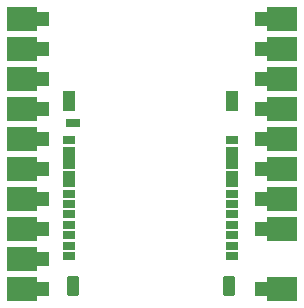
<source format=gbr>
%TF.GenerationSoftware,KiCad,Pcbnew,9.0.1+dfsg-1*%
%TF.CreationDate,2025-05-01T11:04:40+02:00*%
%TF.ProjectId,sim-and-sd-card,73696d2d-616e-4642-9d73-642d63617264,rev?*%
%TF.SameCoordinates,Original*%
%TF.FileFunction,Soldermask,Top*%
%TF.FilePolarity,Negative*%
%FSLAX46Y46*%
G04 Gerber Fmt 4.6, Leading zero omitted, Abs format (unit mm)*
G04 Created by KiCad (PCBNEW 9.0.1+dfsg-1) date 2025-05-01 11:04:40*
%MOMM*%
%LPD*%
G01*
G04 APERTURE LIST*
G04 Aperture macros list*
%AMRoundRect*
0 Rectangle with rounded corners*
0 $1 Rounding radius*
0 $2 $3 $4 $5 $6 $7 $8 $9 X,Y pos of 4 corners*
0 Add a 4 corners polygon primitive as box body*
4,1,4,$2,$3,$4,$5,$6,$7,$8,$9,$2,$3,0*
0 Add four circle primitives for the rounded corners*
1,1,$1+$1,$2,$3*
1,1,$1+$1,$4,$5*
1,1,$1+$1,$6,$7*
1,1,$1+$1,$8,$9*
0 Add four rect primitives between the rounded corners*
20,1,$1+$1,$2,$3,$4,$5,0*
20,1,$1+$1,$4,$5,$6,$7,0*
20,1,$1+$1,$6,$7,$8,$9,0*
20,1,$1+$1,$8,$9,$2,$3,0*%
G04 Aperture macros list end*
%ADD10RoundRect,0.172244X-0.352756X-0.677756X0.352756X-0.677756X0.352756X0.677756X-0.352756X0.677756X0*%
%ADD11R,1.000000X1.340000*%
%ADD12R,1.000000X1.940000*%
%ADD13R,1.000000X1.800000*%
%ADD14R,1.000000X1.350000*%
%ADD15RoundRect,0.172244X0.352756X0.677756X-0.352756X0.677756X-0.352756X-0.677756X0.352756X-0.677756X0*%
%ADD16R,1.200000X0.700000*%
%ADD17R,1.000000X0.700000*%
%ADD18R,2.540000X2.000000*%
%ADD19RoundRect,0.250000X-0.375000X-0.375000X0.375000X-0.375000X0.375000X0.375000X-0.375000X0.375000X0*%
G04 APERTURE END LIST*
D10*
%TO.C,J1*%
X53015400Y-60020200D03*
D11*
X52705400Y-50970200D03*
D12*
X52705400Y-49130200D03*
D13*
X52705400Y-44320200D03*
X66515400Y-44320200D03*
D12*
X66515400Y-49130200D03*
D14*
X66515400Y-50970200D03*
D15*
X66205400Y-60020200D03*
D16*
X53005400Y-46205200D03*
D17*
X66515400Y-57460200D03*
X66515400Y-56580200D03*
X52705400Y-56580200D03*
X52705400Y-57460200D03*
X66515400Y-53940200D03*
X66515400Y-55700200D03*
X52705400Y-55700200D03*
X52705400Y-53940200D03*
X66515400Y-47620200D03*
X66515400Y-52180200D03*
X66515400Y-53060200D03*
X66515400Y-54820200D03*
X52705400Y-54820200D03*
X52705400Y-53060200D03*
X52705400Y-52180200D03*
X52705400Y-47620200D03*
%TD*%
D18*
%TO.C,M1*%
X70720800Y-60248800D03*
D19*
X69020800Y-60248800D03*
D18*
X70720800Y-55168800D03*
D19*
X69020800Y-55168800D03*
D18*
X70720800Y-52628800D03*
D19*
X69020800Y-52628800D03*
D18*
X70720800Y-50088800D03*
D19*
X69020800Y-50088800D03*
D18*
X70720800Y-47548800D03*
D19*
X69020800Y-47548800D03*
D18*
X70720800Y-45008800D03*
D19*
X69020800Y-45008800D03*
D18*
X70720800Y-42468800D03*
D19*
X69020800Y-42468800D03*
D18*
X70720800Y-39928800D03*
D19*
X69020800Y-39928800D03*
D18*
X70720800Y-37388800D03*
D19*
X69020800Y-37388800D03*
X50420800Y-60248800D03*
D18*
X48720800Y-60248800D03*
D19*
X50420800Y-57708800D03*
D18*
X48720800Y-57708800D03*
D19*
X50420800Y-55168800D03*
D18*
X48720800Y-55168800D03*
D19*
X50420800Y-52628800D03*
D18*
X48720800Y-52628800D03*
D19*
X50420800Y-50088800D03*
D18*
X48720800Y-50088800D03*
D19*
X50420800Y-47548800D03*
D18*
X48720800Y-47548800D03*
D19*
X50420800Y-45008800D03*
D18*
X48720800Y-45008800D03*
D19*
X50420800Y-42468800D03*
D18*
X48720800Y-42468800D03*
D19*
X50420800Y-39928800D03*
D18*
X48720800Y-39928800D03*
D19*
X50420800Y-37388800D03*
D18*
X48720800Y-37388800D03*
%TD*%
M02*

</source>
